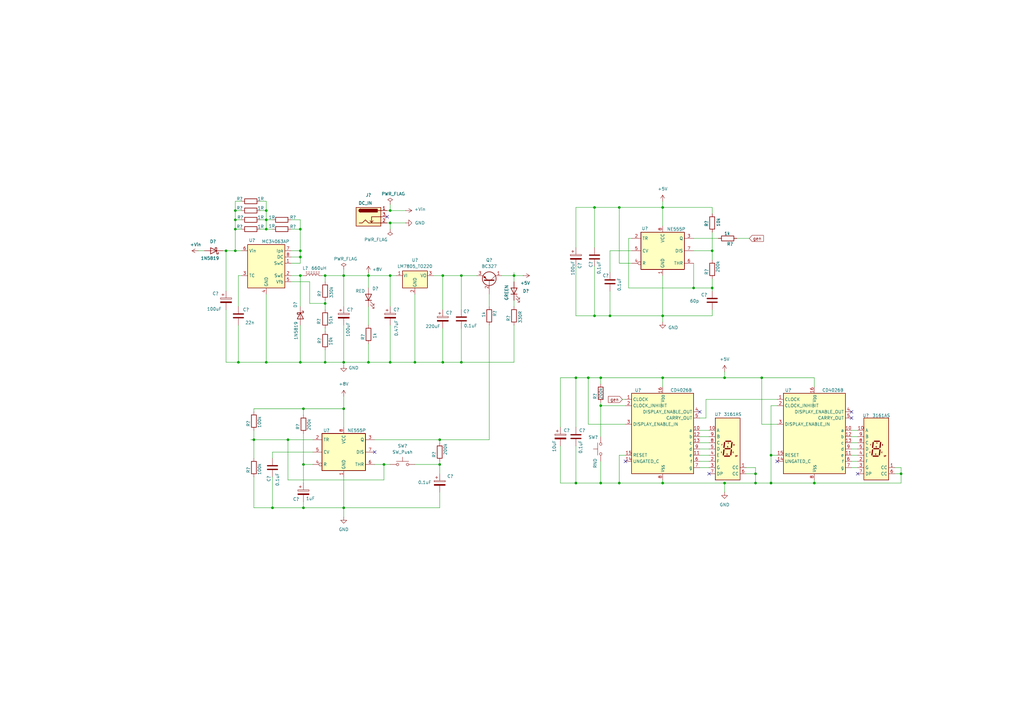
<source format=kicad_sch>
(kicad_sch (version 20231120) (generator "eeschema") (generator_version "8.0")
  (paper "A3")
  (lib_symbols
    (symbol "3161AS:3161AS"
      (property "Reference" "U" (at -3.81 13.97 0))
      (property "Value" "3161AS" (at 6.35 13.97 0))
      (symbol "3161AS_1_0"
        (text "A" (at 0.254 2.413 0) (effects (font (size 0.508 0.508))))
        (text "B" (at 2.54 1.651 0) (effects (font (size 0.508 0.508))))
        (text "C" (at 2.286 -1.397 0) (effects (font (size 0.508 0.508))))
        (text "D" (at -0.254 -2.159 0) (effects (font (size 0.508 0.508))))
        (text "DP" (at 3.556 -2.921 0) (effects (font (size 0.508 0.508))))
        (text "E" (at -2.54 -1.397 0) (effects (font (size 0.508 0.508))))
        (text "F" (at -2.286 1.651 0) (effects (font (size 0.508 0.508))))
        (text "G" (at 0 0.889 0) (effects (font (size 0.508 0.508))))
      )
      (symbol "3161AS_1_1"
        (rectangle (start -5.08 12.7) (end 5.08 -12.7) (stroke (width 0.254)) (fill (type background)))
        (polyline (pts (xy -1.524 -0.381) (xy -1.778 -2.413)) (stroke (width 0.508)))
        (polyline (pts (xy -1.27 -2.921) (xy 0.762 -2.921)) (stroke (width 0.508)))
        (polyline (pts (xy -1.27 2.667) (xy -1.524 0.635)) (stroke (width 0.508)))
        (polyline (pts (xy -1.016 0.127) (xy 1.016 0.127)) (stroke (width 0.508)))
        (polyline (pts (xy -0.762 3.175) (xy 1.27 3.175)) (stroke (width 0.508)))
        (polyline (pts (xy 1.524 -0.381) (xy 1.27 -2.413)) (stroke (width 0.508)))
        (polyline (pts (xy 1.778 2.667) (xy 1.524 0.635)) (stroke (width 0.508)))
        (polyline (pts (xy 2.54 -2.921) (xy 2.54 -2.921)) (stroke (width 0.508)))
        (pin input line (at 7.62 -7.62 180) (length 2.54) (name "CC") (number "1"))
        (pin input line (at -7.62 7.62 0) (length 2.54) (name "A") (number "10"))
        (pin input line (at -7.62 -5.08 0) (length 2.54) (name "F") (number "2"))
        (pin input line (at -7.62 -7.62 0) (length 2.54) (name "G") (number "3"))
        (pin input line (at -7.62 -2.54 0) (length 2.54) (name "E") (number "4"))
        (pin input line (at -7.62 0 0) (length 2.54) (name "D") (number "5"))
        (pin input line (at 7.62 -10.16 180) (length 2.54) (name "CC") (number "6"))
        (pin input line (at -7.62 -10.16 0) (length 2.54) (name "DP") (number "7"))
        (pin input line (at -7.62 2.54 0) (length 2.54) (name "C") (number "8"))
        (pin input line (at -7.62 5.08 0) (length 2.54) (name "B") (number "9"))
      )
    )
    (symbol "CD4026B:CD4026B"
      (property "Reference" "U" (at -12.7 17.78 0))
      (property "Value" "CD4026B" (at 7.62 17.78 0))
      (symbol "CD4026B_1_1"
        (rectangle (start -12.7 15.24) (end 12.7 -17.78) (stroke (width 0.254)) (fill (type background)))
        (pin input line (at -15.24 12.7 0) (length 2.54) (name "CLOCK") (number "1"))
        (pin output line (at 15.24 0 180) (length 2.54) (name "a") (number "10"))
        (pin output line (at 15.24 -10.16 180) (length 2.54) (name "e") (number "11"))
        (pin output line (at 15.24 -2.54 180) (length 2.54) (name "b") (number "12"))
        (pin output line (at 15.24 -5.08 180) (length 2.54) (name "c") (number "13"))
        (pin input line (at -15.24 -12.7 0) (length 2.54) (name "UNGATED_C") (number "14"))
        (pin input line (at -15.24 -10.16 0) (length 2.54) (name "RESET") (number "15"))
        (pin power_in line (at 0 17.78 270) (length 2.54) (name "V_{DD}") (number "16"))
        (pin input line (at -15.24 10.16 0) (length 2.54) (name "CLOCK_INHIBIT") (number "2"))
        (pin input line (at -15.24 2.54 0) (length 2.54) (name "DISPLAY_ENABLE_IN") (number "3"))
        (pin output line (at 15.24 7.62 180) (length 2.54) (name "DISPLAY_ENABLE_OUT") (number "4"))
        (pin output line (at 15.24 5.08 180) (length 2.54) (name "CARRY_OUT") (number "5"))
        (pin output line (at 15.24 -12.7 180) (length 2.54) (name "f") (number "6"))
        (pin output line (at 15.24 -15.24 180) (length 2.54) (name "g") (number "7"))
        (pin power_in line (at 0 -20.32 90) (length 2.54) (name "V_{SS}") (number "8"))
        (pin output line (at 15.24 -7.62 180) (length 2.54) (name "d") (number "9"))
      )
    )
    (symbol "Connector:Barrel_Jack_Switch" (pin_names hide)
      (property "Reference" "J" (at 0 5.334 0))
      (property "Value" "Barrel_Jack_Switch" (at 0 -5.08 0))
      (symbol "Barrel_Jack_Switch_0_1"
        (rectangle (start -5.08 3.81) (end 5.08 -3.81) (stroke (width 0.254)) (fill (type background)))
        (arc (start -3.302 3.175) (mid -3.9343 2.54) (end -3.302 1.905) (stroke (width 0.254)))
        (arc (start -3.302 3.175) (mid -3.9343 2.54) (end -3.302 1.905) (stroke (width 0.254)) (fill (type outline)))
        (polyline (pts (xy 1.27 -2.286) (xy 1.905 -1.651)) (stroke (width 0.254)))
        (polyline (pts (xy 5.08 2.54) (xy 3.81 2.54)) (stroke (width 0.254)))
        (polyline (pts (xy 5.08 0) (xy 1.27 0) (xy 1.27 -2.286) (xy 0.635 -1.651)) (stroke (width 0.254)))
        (polyline (pts (xy -3.81 -2.54) (xy -2.54 -2.54) (xy -1.27 -1.27) (xy 0 -2.54) (xy 2.54 -2.54) (xy 5.08 -2.54)) (stroke (width 0.254)))
        (rectangle (start 3.683 3.175) (end -3.302 1.905) (stroke (width 0.254)) (fill (type outline)))
      )
      (symbol "Barrel_Jack_Switch_1_1"
        (pin passive line (at 7.62 2.54 180) (length 2.54) (name "~") (number "1"))
        (pin passive line (at 7.62 -2.54 180) (length 2.54) (name "~") (number "2"))
        (pin passive line (at 7.62 0 180) (length 2.54) (name "~") (number "3"))
      )
    )
    (symbol "Device:C" (pin_numbers hide) (pin_names (offset 0.254))
      (property "Reference" "C" (at 0.635 2.54 0))
      (property "Value" "C" (at 0.635 -2.54 0))
      (symbol "C_0_1"
        (polyline (pts (xy -2.032 -0.762) (xy 2.032 -0.762)) (stroke (width 0.508)))
        (polyline (pts (xy -2.032 0.762) (xy 2.032 0.762)) (stroke (width 0.508)))
      )
      (symbol "C_1_1"
        (pin passive line (at 0 3.81 270) (length 2.794) (name "~") (number "1"))
        (pin passive line (at 0 -3.81 90) (length 2.794) (name "~") (number "2"))
      )
    )
    (symbol "Device:C_Polarized" (pin_numbers hide) (pin_names (offset 0.254))
      (property "Reference" "C" (at 0.635 2.54 0))
      (property "Value" "C_Polarized" (at 0.635 -2.54 0))
      (symbol "C_Polarized_0_1"
        (rectangle (start -2.286 0.508) (end 2.286 1.016))
        (polyline (pts (xy -1.778 2.286) (xy -0.762 2.286)))
        (polyline (pts (xy -1.27 2.794) (xy -1.27 1.778)))
        (rectangle (start 2.286 -0.508) (end -2.286 -1.016) (fill (type outline)))
      )
      (symbol "C_Polarized_1_1"
        (pin passive line (at 0 3.81 270) (length 2.794) (name "~") (number "1"))
        (pin passive line (at 0 -3.81 90) (length 2.794) (name "~") (number "2"))
      )
    )
    (symbol "Device:LED" (pin_numbers hide) (pin_names (offset 1.016) hide)
      (property "Reference" "D" (at 0 2.54 0))
      (property "Value" "LED" (at 0 -2.54 0))
      (symbol "LED_0_1"
        (polyline (pts (xy -1.27 -1.27) (xy -1.27 1.27)) (stroke (width 0.254)))
        (polyline (pts (xy -1.27 0) (xy 1.27 0)))
        (polyline (pts (xy 1.27 -1.27) (xy 1.27 1.27) (xy -1.27 0) (xy 1.27 -1.27)) (stroke (width 0.254)))
        (polyline (pts (xy -3.048 -0.762) (xy -4.572 -2.286) (xy -3.81 -2.286) (xy -4.572 -2.286) (xy -4.572 -1.524)))
        (polyline (pts (xy -1.778 -0.762) (xy -3.302 -2.286) (xy -2.54 -2.286) (xy -3.302 -2.286) (xy -3.302 -1.524)))
      )
      (symbol "LED_1_1"
        (pin passive line (at -3.81 0 0) (length 2.54) (name "K") (number "1"))
        (pin passive line (at 3.81 0 180) (length 2.54) (name "A") (number "2"))
      )
    )
    (symbol "Device:L_Ferrite" (pin_numbers hide) (pin_names (offset 1.016) hide)
      (property "Reference" "L" (at -1.27 0 90))
      (property "Value" "L_Ferrite" (at 2.794 0 90))
      (symbol "L_Ferrite_0_1"
        (arc (start 0 -2.54) (mid 0.6323 -1.905) (end 0 -1.27))
        (arc (start 0 -1.27) (mid 0.6323 -0.635) (end 0 0))
        (polyline (pts (xy 1.016 -2.794) (xy 1.016 -2.286)))
        (polyline (pts (xy 1.016 -1.778) (xy 1.016 -1.27)))
        (polyline (pts (xy 1.016 -0.762) (xy 1.016 -0.254)))
        (polyline (pts (xy 1.016 0.254) (xy 1.016 0.762)))
        (polyline (pts (xy 1.016 1.27) (xy 1.016 1.778)))
        (polyline (pts (xy 1.016 2.286) (xy 1.016 2.794)))
        (polyline (pts (xy 1.524 -2.286) (xy 1.524 -2.794)))
        (polyline (pts (xy 1.524 -1.27) (xy 1.524 -1.778)))
        (polyline (pts (xy 1.524 -0.254) (xy 1.524 -0.762)))
        (polyline (pts (xy 1.524 0.762) (xy 1.524 0.254)))
        (polyline (pts (xy 1.524 1.778) (xy 1.524 1.27)))
        (polyline (pts (xy 1.524 2.794) (xy 1.524 2.286)))
        (arc (start 0 0) (mid 0.6323 0.635) (end 0 1.27))
        (arc (start 0 1.27) (mid 0.6323 1.905) (end 0 2.54))
      )
      (symbol "L_Ferrite_1_1"
        (pin passive line (at 0 3.81 270) (length 1.27) (name "1") (number "1"))
        (pin passive line (at 0 -3.81 90) (length 1.27) (name "2") (number "2"))
      )
    )
    (symbol "Device:R" (pin_numbers hide) (pin_names (offset 0))
      (property "Reference" "R" (at 2.032 0 90))
      (property "Value" "R" (at 0 0 90))
      (symbol "R_0_1"
        (rectangle (start -1.016 -2.54) (end 1.016 2.54) (stroke (width 0.254)))
      )
      (symbol "R_1_1"
        (pin passive line (at 0 3.81 270) (length 1.27) (name "~") (number "1"))
        (pin passive line (at 0 -3.81 90) (length 1.27) (name "~") (number "2"))
      )
    )
    (symbol "Diode:1N5819" (pin_numbers hide) (pin_names (offset 1.016) hide)
      (property "Reference" "D" (at 0 2.54 0))
      (property "Value" "1N5819" (at 0 -2.54 0))
      (symbol "1N5819_0_1"
        (polyline (pts (xy 1.27 0) (xy -1.27 0)))
        (polyline (pts (xy 1.27 1.27) (xy 1.27 -1.27) (xy -1.27 0) (xy 1.27 1.27)) (stroke (width 0.254)))
        (polyline (pts (xy -1.905 0.635) (xy -1.905 1.27) (xy -1.27 1.27) (xy -1.27 -1.27) (xy -0.635 -1.27) (xy -0.635 -0.635)) (stroke (width 0.254)))
      )
      (symbol "1N5819_1_1"
        (pin passive line (at -3.81 0 0) (length 2.54) (name "K") (number "1"))
        (pin passive line (at 3.81 0 180) (length 2.54) (name "A") (number "2"))
      )
    )
    (symbol "Regulator_Linear:LM7805_TO220" (pin_names (offset 0.254))
      (property "Reference" "U" (at -3.81 3.175 0))
      (property "Value" "LM7805_TO220" (at 0 3.175 0))
      (symbol "LM7805_TO220_0_1"
        (rectangle (start -5.08 1.905) (end 5.08 -5.08) (stroke (width 0.254)) (fill (type background)))
      )
      (symbol "LM7805_TO220_1_1"
        (pin power_in line (at -7.62 0 0) (length 2.54) (name "VI") (number "1"))
        (pin power_in line (at 0 -7.62 90) (length 2.54) (name "GND") (number "2"))
        (pin power_out line (at 7.62 0 180) (length 2.54) (name "VO") (number "3"))
      )
    )
    (symbol "Regulator_Switching:MC34063AP"
      (property "Reference" "U" (at -7.62 8.89 0))
      (property "Value" "MC34063AP" (at 0 8.89 0))
      (symbol "MC34063AP_0_1"
        (rectangle (start -7.62 7.62) (end 7.62 -10.16) (stroke (width 0.254)) (fill (type background)))
      )
      (symbol "MC34063AP_1_1"
        (pin open_collector line (at 10.16 0 180) (length 2.54) (name "SwC") (number "1"))
        (pin open_emitter line (at 10.16 -5.08 180) (length 2.54) (name "SwE") (number "2"))
        (pin passive line (at -10.16 -5.08 0) (length 2.54) (name "TC") (number "3"))
        (pin power_in line (at 0 -12.7 90) (length 2.54) (name "GND") (number "4"))
        (pin input line (at 10.16 -7.62 180) (length 2.54) (name "Vfb") (number "5"))
        (pin power_in line (at -10.16 5.08 0) (length 2.54) (name "Vin") (number "6"))
        (pin input line (at 10.16 5.08 180) (length 2.54) (name "Ipk") (number "7"))
        (pin open_collector line (at 10.16 2.54 180) (length 2.54) (name "DC") (number "8"))
      )
    )
    (symbol "Switch:SW_Push" (pin_numbers hide) (pin_names (offset 1.016) hide)
      (property "Reference" "SW" (at 1.27 2.54 0))
      (property "Value" "SW_Push" (at 0 -1.524 0))
      (symbol "SW_Push_0_1"
        (circle (center -2.032 0) (radius 0.508))
        (polyline (pts (xy 0 1.27) (xy 0 3.048)))
        (polyline (pts (xy 2.54 1.27) (xy -2.54 1.27)))
        (circle (center 2.032 0) (radius 0.508))
        (pin passive line (at -5.08 0 0) (length 2.54) (name "1") (number "1"))
        (pin passive line (at 5.08 0 180) (length 2.54) (name "2") (number "2"))
      )
    )
    (symbol "Timer:NE555P"
      (property "Reference" "U" (at -10.16 8.89 0))
      (property "Value" "NE555P" (at 2.54 8.89 0))
      (symbol "NE555P_0_0"
        (pin power_in line (at 0 -10.16 90) (length 2.54) (name "GND") (number "1"))
        (pin power_in line (at 0 10.16 270) (length 2.54) (name "VCC") (number "8"))
      )
      (symbol "NE555P_0_1"
        (rectangle (start -8.89 -7.62) (end 8.89 7.62) (stroke (width 0.254)) (fill (type background)))
        (rectangle (start -8.89 -7.62) (end 8.89 7.62) (stroke (width 0.254)) (fill (type background)))
      )
      (symbol "NE555P_1_1"
        (pin input line (at -12.7 5.08 0) (length 3.81) (name "TR") (number "2"))
        (pin output line (at 12.7 5.08 180) (length 3.81) (name "Q") (number "3"))
        (pin input inverted (at -12.7 -5.08 0) (length 3.81) (name "R") (number "4"))
        (pin input line (at -12.7 0 0) (length 3.81) (name "CV") (number "5"))
        (pin input line (at 12.7 -5.08 180) (length 3.81) (name "THR") (number "6"))
        (pin input line (at 12.7 0 180) (length 3.81) (name "DIS") (number "7"))
      )
    )
    (symbol "Transistor_BJT:BC327" (pin_names (offset 0) hide)
      (property "Reference" "Q" (at 5.08 1.905 0))
      (property "Value" "BC327" (at 5.08 0 0))
      (symbol "BC327_0_1"
        (polyline (pts (xy 0.635 0.635) (xy 2.54 2.54)))
        (polyline (pts (xy 0.635 -0.635) (xy 2.54 -2.54) (xy 2.54 -2.54)))
        (polyline (pts (xy 0.635 1.905) (xy 0.635 -1.905) (xy 0.635 -1.905)) (stroke (width 0.508)))
        (polyline (pts (xy 2.286 -1.778) (xy 1.778 -2.286) (xy 1.27 -1.27) (xy 2.286 -1.778) (xy 2.286 -1.778)) (fill (type outline)))
        (circle (center 1.27 0) (radius 2.8194) (stroke (width 0.254)))
      )
      (symbol "BC327_1_1"
        (pin passive line (at 2.54 5.08 270) (length 2.54) (name "C") (number "1"))
        (pin input line (at -5.08 0 0) (length 5.715) (name "B") (number "2"))
        (pin passive line (at 2.54 -5.08 90) (length 2.54) (name "E") (number "3"))
      )
    )
    (symbol "power:+12V" (power) (pin_numbers hide) (pin_names (offset 0) hide)
      (property "Value" "+12V" (at 0 3.556 0))
      (symbol "+12V_0_1"
        (polyline (pts (xy -0.762 1.27) (xy 0 2.54)))
        (polyline (pts (xy 0 0) (xy 0 2.54)))
        (polyline (pts (xy 0 2.54) (xy 0.762 1.27)))
      )
      (symbol "+12V_1_1"
        (pin power_in line (at 0 0 90) (length 0) (name "~") (number "1"))
      )
    )
    (symbol "power:+5V" (power) (pin_numbers hide) (pin_names (offset 0) hide)
      (property "Value" "+5V" (at 0 3.556 0))
      (symbol "+5V_0_1"
        (polyline (pts (xy -0.762 1.27) (xy 0 2.54)))
        (polyline (pts (xy 0 0) (xy 0 2.54)))
        (polyline (pts (xy 0 2.54) (xy 0.762 1.27)))
      )
      (symbol "+5V_1_1"
        (pin power_in line (at 0 0 90) (length 0) (name "~") (number "1"))
      )
    )
    (symbol "power:+9V" (power) (pin_numbers hide) (pin_names (offset 0) hide)
      (property "Value" "+9V" (at 0 3.556 0))
      (symbol "+9V_0_1"
        (polyline (pts (xy -0.762 1.27) (xy 0 2.54)))
        (polyline (pts (xy 0 0) (xy 0 2.54)))
        (polyline (pts (xy 0 2.54) (xy 0.762 1.27)))
      )
      (symbol "+9V_1_1"
        (pin power_in line (at 0 0 90) (length 0) (name "~") (number "1"))
      )
    )
    (symbol "power:GND" (power) (pin_numbers hide) (pin_names (offset 0) hide)
      (property "Value" "GND" (at 0 -3.81 0))
      (symbol "GND_0_1"
        (polyline (pts (xy 0 0) (xy 0 -1.27) (xy 1.27 -1.27) (xy 0 -2.54) (xy -1.27 -1.27) (xy 0 -1.27)))
      )
      (symbol "GND_1_1"
        (pin power_in line (at 0 0 270) (length 0) (name "~") (number "1"))
      )
    )
    (symbol "power:PWR_FLAG" (power) (pin_numbers hide) (pin_names (offset 0) hide)
      (property "Value" "PWR_FLAG" (at 0 3.81 0))
      (symbol "PWR_FLAG_0_0"
        (pin power_out line (at 0 0 90) (length 0) (name "~") (number "1"))
      )
      (symbol "PWR_FLAG_0_1"
        (polyline (pts (xy 0 0) (xy 0 1.27) (xy -1.016 1.905) (xy 0 2.54) (xy 1.016 1.905) (xy 0 1.27)))
      )
    )
  )
  (junction (at 243.84 85.09))
  (junction (at 210.82 113.03))
  (junction (at 124.46 190.5))
  (junction (at 109.22 93.98))
  (junction (at 180.34 190.5))
  (junction (at 271.78 129.54))
  (junction (at 133.35 148.59))
  (junction (at 241.3 154.94))
  (junction (at 160.02 91.44))
  (junction (at 181.61 148.59))
  (junction (at 96.52 102.87))
  (junction (at 254 85.09))
  (junction (at 123.19 93.98))
  (junction (at 271.78 154.94))
  (junction (at 316.23 198.12))
  (junction (at 309.88 194.31))
  (junction (at 312.42 154.94))
  (junction (at 292.1 118.11))
  (junction (at 97.79 148.59))
  (junction (at 133.35 124.46))
  (junction (at 246.38 166.37))
  (junction (at 92.71 102.87))
  (junction (at 334.01 198.12))
  (junction (at 189.23 148.59))
  (junction (at 96.52 86.36))
  (junction (at 309.88 198.12))
  (junction (at 297.18 198.12))
  (junction (at 246.38 198.12))
  (junction (at 160.02 148.59))
  (junction (at 236.22 198.12))
  (junction (at 140.97 113.03))
  (junction (at 140.97 208.28))
  (junction (at 111.76 208.28))
  (junction (at 124.46 167.64))
  (junction (at 180.34 180.34))
  (junction (at 123.19 148.59))
  (junction (at 316.23 186.69))
  (junction (at 243.84 129.54))
  (junction (at 157.48 190.5))
  (junction (at 160.02 113.03))
  (junction (at 124.46 208.28))
  (junction (at 123.19 105.41))
  (junction (at 181.61 113.03))
  (junction (at 369.57 194.31))
  (junction (at 118.11 180.34))
  (junction (at 96.52 93.98))
  (junction (at 123.19 102.87))
  (junction (at 250.19 129.54))
  (junction (at 236.22 154.94))
  (junction (at 271.78 85.09))
  (junction (at 254 198.12))
  (junction (at 109.22 86.36))
  (junction (at 133.35 113.03))
  (junction (at 96.52 90.17))
  (junction (at 140.97 148.59))
  (junction (at 284.48 118.11))
  (junction (at 109.22 90.17))
  (junction (at 160.02 86.36))
  (junction (at 246.38 154.94))
  (junction (at 123.19 113.03))
  (junction (at 151.13 148.59))
  (junction (at 140.97 167.64))
  (junction (at 151.13 113.03))
  (junction (at 292.1 102.87))
  (junction (at 189.23 113.03))
  (junction (at 109.22 148.59))
  (junction (at 271.78 198.12))
  (junction (at 104.14 180.34))
  (junction (at 297.18 154.94))
  (junction (at 170.18 148.59))
  (no_connect (at 287.02 168.91))
  (no_connect (at 349.25 171.45))
  (no_connect (at 290.83 194.31))
  (no_connect (at 158.75 88.9))
  (no_connect (at 351.79 194.31))
  (no_connect (at 349.25 168.91))
  (no_connect (at 318.77 189.23))
  (no_connect (at 153.67 185.42))
  (no_connect (at 256.54 189.23))
  (wire (pts (xy 271.78 154.94) (xy 271.78 158.75)))
  (wire (pts (xy 157.48 190.5) (xy 160.02 190.5)))
  (wire (pts (xy 140.97 167.64) (xy 140.97 175.26)))
  (wire (pts (xy 124.46 190.5) (xy 124.46 198.12)))
  (wire (pts (xy 170.18 120.65) (xy 170.18 148.59)))
  (wire (pts (xy 160.02 148.59) (xy 160.02 133.35)))
  (wire (pts (xy 243.84 101.6) (xy 243.84 85.09)))
  (wire (pts (xy 236.22 154.94) (xy 241.3 154.94)))
  (wire (pts (xy 236.22 101.6) (xy 236.22 85.09)))
  (wire (pts (xy 181.61 113.03) (xy 189.23 113.03)))
  (wire (pts (xy 118.11 196.85) (xy 157.48 196.85)))
  (wire (pts (xy 312.42 154.94) (xy 334.01 154.94)))
  (wire (pts (xy 229.87 154.94) (xy 236.22 154.94)))
  (wire (pts (xy 124.46 190.5) (xy 128.27 190.5)))
  (wire (pts (xy 236.22 129.54) (xy 236.22 109.22)))
  (wire (pts (xy 334.01 154.94) (xy 334.01 158.75)))
  (wire (pts (xy 189.23 127) (xy 189.23 113.03)))
  (wire (pts (xy 210.82 133.35) (xy 210.82 148.59)))
  (wire (pts (xy 123.19 133.35) (xy 123.19 148.59)))
  (wire (pts (xy 119.38 107.95) (xy 123.19 107.95)))
  (wire (pts (xy 127 124.46) (xy 133.35 124.46)))
  (wire (pts (xy 132.08 113.03) (xy 133.35 113.03)))
  (wire (pts (xy 181.61 148.59) (xy 189.23 148.59)))
  (wire (pts (xy 151.13 111.76) (xy 151.13 113.03)))
  (wire (pts (xy 160.02 91.44) (xy 166.37 91.44)))
  (wire (pts (xy 287.02 176.53) (xy 290.83 176.53)))
  (wire (pts (xy 118.11 180.34) (xy 118.11 196.85)))
  (wire (pts (xy 111.76 208.28) (xy 124.46 208.28)))
  (wire (pts (xy 111.76 185.42) (xy 111.76 187.96)))
  (wire (pts (xy 189.23 148.59) (xy 189.23 134.62)))
  (wire (pts (xy 123.19 102.87) (xy 123.19 105.41)))
  (wire (pts (xy 256.54 173.99) (xy 241.3 173.99)))
  (wire (pts (xy 306.07 194.31) (xy 309.88 194.31)))
  (wire (pts (xy 104.14 208.28) (xy 104.14 195.58)))
  (wire (pts (xy 96.52 86.36) (xy 96.52 90.17)))
  (wire (pts (xy 140.97 208.28) (xy 180.34 208.28)))
  (wire (pts (xy 119.38 90.17) (xy 123.19 90.17)))
  (wire (pts (xy 181.61 134.62) (xy 181.61 148.59)))
  (wire (pts (xy 246.38 189.23) (xy 246.38 198.12)))
  (wire (pts (xy 180.34 208.28) (xy 180.34 201.93)))
  (wire (pts (xy 160.02 91.44) (xy 160.02 93.98)))
  (wire (pts (xy 180.34 180.34) (xy 180.34 181.61)))
  (wire (pts (xy 302.26 97.79) (xy 307.34 97.79)))
  (wire (pts (xy 229.87 182.88) (xy 229.87 198.12)))
  (wire (pts (xy 96.52 82.55) (xy 96.52 86.36)))
  (wire (pts (xy 309.88 191.77) (xy 309.88 194.31)))
  (wire (pts (xy 96.52 82.55) (xy 99.06 82.55)))
  (wire (pts (xy 140.97 113.03) (xy 140.97 125.73)))
  (wire (pts (xy 292.1 127) (xy 292.1 129.54)))
  (wire (pts (xy 109.22 93.98) (xy 109.22 90.17)))
  (wire (pts (xy 246.38 154.94) (xy 271.78 154.94)))
  (wire (pts (xy 243.84 129.54) (xy 250.19 129.54)))
  (wire (pts (xy 287.02 179.07) (xy 290.83 179.07)))
  (wire (pts (xy 349.25 186.69) (xy 351.79 186.69)))
  (wire (pts (xy 170.18 190.5) (xy 180.34 190.5)))
  (wire (pts (xy 123.19 93.98) (xy 123.19 90.17)))
  (wire (pts (xy 250.19 129.54) (xy 271.78 129.54)))
  (wire (pts (xy 181.61 113.03) (xy 181.61 127)))
  (wire (pts (xy 318.77 166.37) (xy 316.23 166.37)))
  (wire (pts (xy 236.22 154.94) (xy 236.22 175.26)))
  (wire (pts (xy 119.38 93.98) (xy 123.19 93.98)))
  (wire (pts (xy 309.88 198.12) (xy 316.23 198.12)))
  (wire (pts (xy 205.74 113.03) (xy 210.82 113.03)))
  (wire (pts (xy 246.38 198.12) (xy 254 198.12)))
  (wire (pts (xy 151.13 113.03) (xy 151.13 118.11)))
  (wire (pts (xy 236.22 198.12) (xy 246.38 198.12)))
  (wire (pts (xy 91.44 102.87) (xy 92.71 102.87)))
  (wire (pts (xy 151.13 113.03) (xy 160.02 113.03)))
  (wire (pts (xy 254 186.69) (xy 256.54 186.69)))
  (wire (pts (xy 241.3 154.94) (xy 241.3 173.99)))
  (wire (pts (xy 316.23 166.37) (xy 316.23 186.69)))
  (wire (pts (xy 271.78 113.03) (xy 271.78 129.54)))
  (wire (pts (xy 153.67 180.34) (xy 180.34 180.34)))
  (wire (pts (xy 292.1 85.09) (xy 292.1 87.63)))
  (wire (pts (xy 111.76 195.58) (xy 111.76 208.28)))
  (wire (pts (xy 271.78 196.85) (xy 271.78 198.12)))
  (wire (pts (xy 92.71 102.87) (xy 92.71 119.38)))
  (wire (pts (xy 254 85.09) (xy 271.78 85.09)))
  (wire (pts (xy 257.81 118.11) (xy 257.81 97.79)))
  (wire (pts (xy 349.25 179.07) (xy 351.79 179.07)))
  (wire (pts (xy 109.22 90.17) (xy 109.22 86.36)))
  (wire (pts (xy 140.97 113.03) (xy 151.13 113.03)))
  (wire (pts (xy 246.38 166.37) (xy 256.54 166.37)))
  (wire (pts (xy 292.1 102.87) (xy 292.1 106.68)))
  (wire (pts (xy 306.07 191.77) (xy 309.88 191.77)))
  (wire (pts (xy 158.75 91.44) (xy 160.02 91.44)))
  (wire (pts (xy 104.14 208.28) (xy 111.76 208.28)))
  (wire (pts (xy 255.27 163.83) (xy 256.54 163.83)))
  (wire (pts (xy 119.38 113.03) (xy 123.19 113.03)))
  (wire (pts (xy 254 85.09) (xy 254 107.95)))
  (wire (pts (xy 229.87 175.26) (xy 229.87 154.94)))
  (wire (pts (xy 287.02 189.23) (xy 290.83 189.23)))
  (wire (pts (xy 123.19 113.03) (xy 123.19 125.73)))
  (wire (pts (xy 289.56 171.45) (xy 289.56 163.83)))
  (wire (pts (xy 160.02 113.03) (xy 160.02 125.73)))
  (wire (pts (xy 133.35 124.46) (xy 133.35 127)))
  (wire (pts (xy 151.13 125.73) (xy 151.13 133.35)))
  (wire (pts (xy 367.03 191.77) (xy 369.57 191.77)))
  (wire (pts (xy 140.97 208.28) (xy 140.97 212.09)))
  (wire (pts (xy 289.56 163.83) (xy 318.77 163.83)))
  (wire (pts (xy 349.25 189.23) (xy 351.79 189.23)))
  (wire (pts (xy 254 186.69) (xy 254 198.12)))
  (wire (pts (xy 287.02 171.45) (xy 289.56 171.45)))
  (wire (pts (xy 287.02 191.77) (xy 290.83 191.77)))
  (wire (pts (xy 271.78 198.12) (xy 297.18 198.12)))
  (wire (pts (xy 292.1 114.3) (xy 292.1 118.11)))
  (wire (pts (xy 318.77 173.99) (xy 312.42 173.99)))
  (wire (pts (xy 133.35 143.51) (xy 133.35 148.59)))
  (wire (pts (xy 123.19 93.98) (xy 123.19 102.87)))
  (wire (pts (xy 297.18 198.12) (xy 309.88 198.12)))
  (wire (pts (xy 106.68 82.55) (xy 109.22 82.55)))
  (wire (pts (xy 271.78 154.94) (xy 297.18 154.94)))
  (wire (pts (xy 133.35 134.62) (xy 133.35 135.89)))
  (wire (pts (xy 287.02 181.61) (xy 290.83 181.61)))
  (wire (pts (xy 316.23 186.69) (xy 316.23 198.12)))
  (wire (pts (xy 133.35 123.19) (xy 133.35 124.46)))
  (wire (pts (xy 140.97 162.56) (xy 140.97 167.64)))
  (wire (pts (xy 97.79 125.73) (xy 97.79 113.03)))
  (wire (pts (xy 180.34 190.5) (xy 180.34 194.31)))
  (wire (pts (xy 140.97 195.58) (xy 140.97 208.28)))
  (wire (pts (xy 369.57 194.31) (xy 369.57 198.12)))
  (wire (pts (xy 96.52 102.87) (xy 99.06 102.87)))
  (wire (pts (xy 106.68 90.17) (xy 109.22 90.17)))
  (wire (pts (xy 243.84 129.54) (xy 243.84 109.22)))
  (wire (pts (xy 109.22 86.36) (xy 109.22 82.55)))
  (wire (pts (xy 151.13 148.59) (xy 160.02 148.59)))
  (wire (pts (xy 349.25 181.61) (xy 351.79 181.61)))
  (wire (pts (xy 334.01 196.85) (xy 334.01 198.12)))
  (wire (pts (xy 254 107.95) (xy 259.08 107.95)))
  (wire (pts (xy 160.02 83.82) (xy 160.02 86.36)))
  (wire (pts (xy 297.18 198.12) (xy 297.18 201.93)))
  (wire (pts (xy 133.35 113.03) (xy 140.97 113.03)))
  (wire (pts (xy 297.18 152.4) (xy 297.18 154.94)))
  (wire (pts (xy 140.97 110.49) (xy 140.97 113.03)))
  (wire (pts (xy 236.22 182.88) (xy 236.22 198.12)))
  (wire (pts (xy 123.19 113.03) (xy 124.46 113.03)))
  (wire (pts (xy 210.82 148.59) (xy 189.23 148.59)))
  (wire (pts (xy 97.79 133.35) (xy 97.79 148.59)))
  (wire (pts (xy 124.46 177.8) (xy 124.46 190.5)))
  (wire (pts (xy 189.23 113.03) (xy 195.58 113.03)))
  (wire (pts (xy 123.19 105.41) (xy 123.19 107.95)))
  (wire (pts (xy 140.97 148.59) (xy 140.97 149.86)))
  (wire (pts (xy 124.46 208.28) (xy 140.97 208.28)))
  (wire (pts (xy 104.14 180.34) (xy 104.14 187.96)))
  (wire (pts (xy 123.19 148.59) (xy 133.35 148.59)))
  (wire (pts (xy 200.66 120.65) (xy 200.66 125.73)))
  (wire (pts (xy 271.78 82.55) (xy 271.78 85.09)))
  (wire (pts (xy 312.42 154.94) (xy 312.42 173.99)))
  (wire (pts (xy 119.38 105.41) (xy 123.19 105.41)))
  (wire (pts (xy 349.25 184.15) (xy 351.79 184.15)))
  (wire (pts (xy 133.35 113.03) (xy 133.35 115.57)))
  (wire (pts (xy 271.78 85.09) (xy 292.1 85.09)))
  (wire (pts (xy 243.84 85.09) (xy 254 85.09)))
  (wire (pts (xy 292.1 95.25) (xy 292.1 102.87)))
  (wire (pts (xy 229.87 198.12) (xy 236.22 198.12)))
  (wire (pts (xy 297.18 154.94) (xy 312.42 154.94)))
  (wire (pts (xy 316.23 198.12) (xy 334.01 198.12)))
  (wire (pts (xy 271.78 129.54) (xy 292.1 129.54)))
  (wire (pts (xy 369.57 191.77) (xy 369.57 194.31)))
  (wire (pts (xy 104.14 167.64) (xy 124.46 167.64)))
  (wire (pts (xy 271.78 129.54) (xy 271.78 132.08)))
  (wire (pts (xy 181.61 148.59) (xy 170.18 148.59)))
  (wire (pts (xy 127 115.57) (xy 127 124.46)))
  (wire (pts (xy 92.71 127) (xy 92.71 148.59)))
  (wire (pts (xy 97.79 148.59) (xy 109.22 148.59)))
  (wire (pts (xy 109.22 90.17) (xy 111.76 90.17)))
  (wire (pts (xy 97.79 113.03) (xy 99.06 113.03)))
  (wire (pts (xy 119.38 102.87) (xy 123.19 102.87)))
  (wire (pts (xy 109.22 93.98) (xy 111.76 93.98)))
  (wire (pts (xy 151.13 140.97) (xy 151.13 148.59)))
  (wire (pts (xy 367.03 194.31) (xy 369.57 194.31)))
  (wire (pts (xy 104.14 180.34) (xy 102.87 180.34)))
  (wire (pts (xy 180.34 189.23) (xy 180.34 190.5)))
  (wire (pts (xy 284.48 97.79) (xy 294.64 97.79)))
  (wire (pts (xy 170.18 148.59) (xy 160.02 148.59)))
  (wire (pts (xy 287.02 186.69) (xy 290.83 186.69)))
  (wire (pts (xy 349.25 191.77) (xy 351.79 191.77)))
  (wire (pts (xy 309.88 194.31) (xy 309.88 198.12)))
  (wire (pts (xy 140.97 148.59) (xy 151.13 148.59)))
  (wire (pts (xy 236.22 129.54) (xy 243.84 129.54)))
  (wire (pts (xy 254 198.12) (xy 271.78 198.12)))
  (wire (pts (xy 157.48 196.85) (xy 157.48 190.5)))
  (wire (pts (xy 250.19 119.38) (xy 250.19 129.54)))
  (wire (pts (xy 316.23 186.69) (xy 318.77 186.69)))
  (wire (pts (xy 210.82 113.03) (xy 214.63 113.03)))
  (wire (pts (xy 124.46 167.64) (xy 140.97 167.64)))
  (wire (pts (xy 118.11 180.34) (xy 128.27 180.34)))
  (wire (pts (xy 210.82 111.76) (xy 210.82 113.03)))
  (wire (pts (xy 92.71 102.87) (xy 96.52 102.87)))
  (wire (pts (xy 140.97 133.35) (xy 140.97 148.59)))
  (wire (pts (xy 236.22 85.09) (xy 243.84 85.09)))
  (wire (pts (xy 106.68 86.36) (xy 109.22 86.36)))
  (wire (pts (xy 119.38 115.57) (xy 127 115.57)))
  (wire (pts (xy 292.1 118.11) (xy 292.1 119.38)))
  (wire (pts (xy 128.27 185.42) (xy 111.76 185.42)))
  (wire (pts (xy 104.14 180.34) (xy 118.11 180.34)))
  (wire (pts (xy 96.52 93.98) (xy 96.52 102.87)))
  (wire (pts (xy 210.82 113.03) (xy 210.82 115.57)))
  (wire (pts (xy 284.48 102.87) (xy 292.1 102.87)))
  (wire (pts (xy 92.71 148.59) (xy 97.79 148.59)))
  (wire (pts (xy 200.66 133.35) (xy 200.66 180.34)))
  (wire (pts (xy 109.22 148.59) (xy 109.22 120.65)))
  (wire (pts (xy 180.34 180.34) (xy 200.66 180.34)))
  (wire (pts (xy 104.14 168.91) (xy 104.14 167.64)))
  (wire (pts (xy 124.46 167.64) (xy 124.46 170.18)))
  (wire (pts (xy 210.82 123.19) (xy 210.82 125.73)))
  (wire (pts (xy 349.25 176.53) (xy 351.79 176.53)))
  (wire (pts (xy 81.28 102.87) (xy 83.82 102.87)))
  (wire (pts (xy 257.81 97.79) (xy 259.08 97.79)))
  (wire (pts (xy 241.3 154.94) (xy 246.38 154.94)))
  (wire (pts (xy 158.75 86.36) (xy 160.02 86.36)))
  (wire (pts (xy 160.02 86.36) (xy 166.37 86.36)))
  (wire (pts (xy 284.48 118.11) (xy 292.1 118.11)))
  (wire (pts (xy 259.08 102.87) (xy 250.19 102.87)))
  (wire (pts (xy 96.52 86.36) (xy 99.06 86.36)))
  (wire (pts (xy 287.02 184.15) (xy 290.83 184.15)))
  (wire (pts (xy 246.38 165.1) (xy 246.38 166.37)))
  (wire (pts (xy 124.46 205.74) (xy 124.46 208.28)))
  (wire (pts (xy 96.52 93.98) (xy 96.52 90.17)))
  (wire (pts (xy 96.52 90.17) (xy 99.06 90.17)))
  (wire (pts (xy 284.48 107.95) (xy 284.48 118.11)))
  (wire (pts (xy 271.78 85.09) (xy 271.78 92.71)))
  (wire (pts (xy 96.52 93.98) (xy 99.06 93.98)))
  (wire (pts (xy 106.68 93.98) (xy 109.22 93.98)))
  (wire (pts (xy 162.56 113.03) (xy 160.02 113.03)))
  (wire (pts (xy 257.81 118.11) (xy 284.48 118.11)))
  (wire (pts (xy 177.8 113.03) (xy 181.61 113.03)))
  (wire (pts (xy 109.22 148.59) (xy 123.19 148.59)))
  (wire (pts (xy 246.38 166.37) (xy 246.38 179.07)))
  (wire (pts (xy 140.97 148.59) (xy 133.35 148.59)))
  (wire (pts (xy 246.38 154.94) (xy 246.38 157.48)))
  (wire (pts (xy 153.67 190.5) (xy 157.48 190.5)))
  (wire (pts (xy 250.19 102.87) (xy 250.19 111.76)))
  (wire (pts (xy 334.01 198.12) (xy 369.57 198.12)))
  (wire (pts (xy 104.14 176.53) (xy 104.14 180.34)))
  (global_label "gen" (shape input) (at 255.27 163.83 180) (property "Intersheetrefs" "${INTERSHEET_REFS}" (effects (hide yes))))
  (global_label "gen" (shape input) (at 307.34 97.79 0) (property "Intersheetrefs" "${INTERSHEET_REFS}" (effects (hide yes))))
  (symbol (lib_id "Device:R") (at 104.14 191.77 180) (unit 1)
    (property "Reference" "R?" (at 101.854 194.056 90) (effects (justify right)))
    (property "Value" "100k" (at 106.426 194.818 90) (effects (justify right)))
    (property "Description" "Resistor" (effects (hide yes)))
  )
  (symbol (lib_id "Device:C_Polarized") (at 92.71 123.19 0) (unit 1)
    (property "Reference" "C?" (at 87.122 120.396 0) (effects (justify left)))
    (property "Value" "100uF" (at 84.836 126.746 0) (effects (justify left)))
    (property "Description" "Polarized capacitor" (effects (hide yes)))
  )
  (symbol (lib_id "Device:R") (at 102.87 90.17 90) (unit 1)
    (property "Reference" "R?" (at 98.552 89.154 90))
    (property "Value" "1R" (at 106.934 89.154 90))
    (property "Description" "Resistor" (effects (hide yes)))
  )
  (symbol (lib_id "power:+9V") (at 151.13 111.76 0) (unit 1)
    (property "Reference" "#PWR?" (effects (hide yes)))
    (property "Value" "+8V" (at 152.654 110.49 0) (effects (justify left)))
    (property "Description" "Power symbol creates a global label with name \"+9V\"" (effects (hide yes)))
  )
  (symbol (lib_id "CD4026B:CD4026B") (at 271.78 176.53 0) (unit 1)
    (property "Reference" "U?" (at 260.35 160.02 0) (effects (justify left)))
    (property "Value" "CD4026B" (at 274.955 160.02 0) (effects (justify left)))
    (property "Datasheet" "https://static.chipdip.ru/lib/070/DOC012070950.pdf" (effects (hide yes)))
    (property "Description" "20V, CMOS Decade Counter/Divider, 7 Segment Decoder, Ripple Blanking, Lamp Test, 100mW/Output, DIP-16" (effects (hide yes)))
  )
  (symbol (lib_id "Device:R") (at 115.57 90.17 90) (unit 1)
    (property "Reference" "R?" (at 120.142 89.154 90))
    (property "Value" "1R" (at 111.506 89.154 90))
    (property "Description" "Resistor" (effects (hide yes)))
  )
  (symbol (lib_id "power:PWR_FLAG") (at 160.02 83.82 0) (unit 1)
    (property "Reference" "#FLG?" (effects (hide yes)))
    (property "Value" "PWR_FLAG" (at 161.29 79.502 0))
    (property "Description" "Special symbol for telling ERC where power comes from" (effects (hide yes)))
  )
  (symbol (lib_id "Device:LED") (at 210.82 119.38 90) (unit 1)
    (property "Reference" "D?" (at 214.376 119.38 90) (effects (justify right)))
    (property "Value" "GREEN" (at 207.772 116.84 0) (effects (justify right)))
    (property "Description" "Light emitting diode" (effects (hide yes)))
  )
  (symbol (lib_id "power:GND") (at 166.37 91.44 90) (unit 1)
    (property "Reference" "#PWR?" (effects (hide yes)))
    (property "Value" "GND" (at 170.18 91.4399 90) (effects (justify right)))
    (property "Description" "Power symbol creates a global label with name \"GND\" , ground" (effects (hide yes)))
  )
  (symbol (lib_id "Device:C_Polarized") (at 124.46 201.93 0) (unit 1)
    (property "Reference" "C?" (at 120.142 204.724 0) (effects (justify left)))
    (property "Value" "1uF" (at 125.476 204.47 0) (effects (justify left)))
    (property "Description" "Polarized capacitor" (effects (hide yes)))
  )
  (symbol (lib_id "Timer:NE555P") (at 140.97 185.42 0) (unit 1)
    (property "Reference" "U?" (at 132.588 176.53 0) (effects (justify left)))
    (property "Value" "NE555P" (at 142.494 176.53 0) (effects (justify left)))
    (property "Datasheet" "http://www.ti.com/lit/ds/symlink/ne555.pdf" (effects (hide yes)))
    (property "Description" "Precision Timers, 555 compatible,  PDIP-8" (effects (hide yes)))
  )
  (symbol (lib_id "Device:R") (at 102.87 93.98 90) (unit 1)
    (property "Reference" "R?" (at 98.298 92.964 90))
    (property "Value" "1R" (at 106.934 92.964 90))
    (property "Description" "Resistor" (effects (hide yes)))
  )
  (symbol (lib_id "Device:C") (at 236.22 179.07 0) (unit 1)
    (property "Reference" "C?" (at 237.49 176.53 0) (effects (justify left)))
    (property "Value" "0.1uF" (at 238.125 186.055 90) (effects (justify left)))
    (property "Description" "Unpolarized capacitor" (effects (hide yes)))
  )
  (symbol (lib_id "Device:C") (at 189.23 130.81 0) (unit 1)
    (property "Reference" "C?" (at 189.992 127.762 0) (effects (justify left)))
    (property "Value" "0.1uF" (at 190.246 133.604 0) (effects (justify left)))
    (property "Description" "Unpolarized capacitor" (effects (hide yes)))
  )
  (symbol (lib_id "Diode:1N5819") (at 87.63 102.87 180) (unit 1)
    (property "Reference" "D?" (at 88.646 99.06 0) (effects (justify left)))
    (property "Value" "1N5819" (at 89.916 105.918 0) (effects (justify left)))
    (property "Datasheet" "http://www.vishay.com/docs/88525/1n5817.pdf" (effects (hide yes)))
    (property "Description" "40V 1A Schottky Barrier Rectifier Diode, DO-41" (effects (hide yes)))
  )
  (symbol (lib_id "Device:R") (at 292.1 91.44 180) (unit 1)
    (property "Reference" "R?" (at 289.814 92.964 90) (effects (justify right)))
    (property "Value" "10k" (at 294.64 92.964 90) (effects (justify right)))
    (property "Description" "Resistor" (effects (hide yes)))
  )
  (symbol (lib_id "Regulator_Linear:LM7805_TO220") (at 170.18 113.03 0) (unit 1)
    (property "Reference" "U?" (at 170.18 106.68 0))
    (property "Value" "LM7805_TO220" (at 170.18 109.22 0))
    (property "Datasheet" "https://www.onsemi.cn/PowerSolutions/document/MC7800-D.PDF" (effects (hide yes)))
    (property "Description" "Positive 1A 35V Linear Regulator, Fixed Output 5V, TO-220" (effects (hide yes)))
  )
  (symbol (lib_id "power:+12V") (at 166.37 86.36 270) (unit 1)
    (property "Reference" "#PWR?" (effects (hide yes)))
    (property "Value" "+Vin" (at 169.926 85.852 90) (effects (justify left)))
    (property "Description" "Power symbol creates a global label with name \"+12V\"" (effects (hide yes)))
  )
  (symbol (lib_id "Device:C") (at 292.1 123.19 0) (unit 1)
    (property "Reference" "C?" (at 287.528 120.904 0) (effects (justify left)))
    (property "Value" "60p" (at 282.956 123.444 0) (effects (justify left)))
    (property "Description" "Unpolarized capacitor" (effects (hide yes)))
  )
  (symbol (lib_id "Device:R") (at 124.46 173.99 180) (unit 1)
    (property "Reference" "R?" (at 122.174 176.276 90) (effects (justify right)))
    (property "Value" "200k" (at 126.746 176.53 90) (effects (justify right)))
    (property "Description" "Resistor" (effects (hide yes)))
  )
  (symbol (lib_id "Switch:SW_Push") (at 165.1 190.5 0) (mirror y) (unit 1)
    (property "Reference" "SW?" (at 165.1 182.88 0))
    (property "Value" "SW_Push" (at 165.1 185.42 0))
    (property "Description" "Push button switch, generic, two pins" (effects (hide yes)))
  )
  (symbol (lib_id "Device:C_Polarized") (at 181.61 130.81 0) (unit 1)
    (property "Reference" "C?" (at 182.88 128.27 0) (effects (justify left)))
    (property "Value" "220uF" (at 174.498 133.858 0) (effects (justify left)))
    (property "Description" "Polarized capacitor" (effects (hide yes)))
  )
  (symbol (lib_id "power:GND") (at 140.97 149.86 0) (unit 1)
    (property "Reference" "#PWR?" (effects (hide yes)))
    (property "Value" "GND" (at 145.034 150.876 0))
    (property "Description" "Power symbol creates a global label with name \"GND\" , ground" (effects (hide yes)))
  )
  (symbol (lib_id "Device:LED") (at 151.13 121.92 90) (unit 1)
    (property "Reference" "D?" (at 152.654 118.364 90) (effects (justify right)))
    (property "Value" "RED" (at 145.796 119.38 90) (effects (justify right)))
    (property "Description" "Light emitting diode" (effects (hide yes)))
  )
  (symbol (lib_id "Device:C_Polarized") (at 229.87 179.07 0) (unit 1)
    (property "Reference" "C?" (at 231.14 176.53 0) (effects (justify left)))
    (property "Value" "10uF" (at 227.33 185.42 90) (effects (justify left)))
    (property "Description" "Polarized capacitor" (effects (hide yes)))
  )
  (symbol (lib_id "Timer:NE555P") (at 271.78 102.87 0) (unit 1)
    (property "Reference" "U?" (at 263.144 93.726 0) (effects (justify left)))
    (property "Value" "NE555P" (at 273.558 93.98 0) (effects (justify left)))
    (property "Datasheet" "http://www.ti.com/lit/ds/symlink/ne555.pdf" (effects (hide yes)))
    (property "Description" "Precision Timers, 555 compatible,  PDIP-8" (effects (hide yes)))
  )
  (symbol (lib_id "Transistor_BJT:BC327") (at 200.66 115.57 270) (mirror x) (unit 1)
    (property "Reference" "Q?" (at 200.66 106.68 90))
    (property "Value" "BC327" (at 200.66 109.22 90))
    (property "Datasheet" "http://www.onsemi.com/pub_link/Collateral/BC327-D.PDF" (effects (hide yes)))
    (property "Description" "0.8A Ic, 45V Vce, PNP Transistor, TO-92" (effects (hide yes)))
  )
  (symbol (lib_id "Device:R") (at 210.82 129.54 180) (unit 1)
    (property "Reference" "R?" (at 208.534 130.556 90))
    (property "Value" "330R" (at 213.36 130.048 90))
    (property "Description" "Resistor" (effects (hide yes)))
  )
  (symbol (lib_id "power:+12V") (at 81.28 102.87 90) (unit 1)
    (property "Reference" "#PWR?" (effects (hide yes)))
    (property "Value" "+Vin" (at 82.55 100.33 90) (effects (justify left)))
    (property "Description" "Power symbol creates a global label with name \"+12V\"" (effects (hide yes)))
  )
  (symbol (lib_id "Device:R") (at 133.35 130.81 0) (unit 1)
    (property "Reference" "R?" (at 130.81 133.096 90) (effects (justify left)))
    (property "Value" "51k" (at 135.636 133.096 90) (effects (justify left)))
    (property "Description" "Resistor" (effects (hide yes)))
  )
  (symbol (lib_id "Device:R") (at 115.57 93.98 90) (unit 1)
    (property "Reference" "R?" (at 120.142 92.964 90))
    (property "Value" "1R" (at 111.506 92.71 90))
    (property "Description" "Resistor" (effects (hide yes)))
  )
  (symbol (lib_id "Device:R") (at 102.87 86.36 90) (unit 1)
    (property "Reference" "R?" (at 98.298 85.344 90))
    (property "Value" "1R" (at 106.934 85.344 90))
    (property "Description" "Resistor" (effects (hide yes)))
  )
  (symbol (lib_id "3161AS:3161AS") (at 298.45 184.15 0) (unit 1)
    (property "Reference" "U?" (at 294.386 169.926 0))
    (property "Value" "3161AS" (at 300.482 169.926 0))
    (property "Datasheet" "https://docs.broadcom.com/docs/AV02-2553EN" (effects (hide yes)))
    (property "Description" "One digit 7 segment red, common cathode" (effects (hide yes)))
  )
  (symbol (lib_id "Device:C") (at 243.84 105.41 0) (unit 1)
    (property "Reference" "C?" (at 242.316 109.728 90) (effects (justify left)))
    (property "Value" "0.1uF" (at 245.618 112.522 90) (effects (justify left)))
    (property "Description" "Unpolarized capacitor" (effects (hide yes)))
  )
  (symbol (lib_id "Device:C_Polarized") (at 160.02 129.54 0) (unit 1)
    (property "Reference" "C?" (at 161.29 127 0) (effects (justify left)))
    (property "Value" "0.47uF" (at 162.56 137.922 90) (effects (justify left)))
    (property "Description" "Polarized capacitor" (effects (hide yes)))
  )
  (symbol (lib_id "power:+9V") (at 271.78 82.55 0) (unit 1)
    (property "Reference" "#PWR?" (effects (hide yes)))
    (property "Value" "+5V" (at 271.78 77.47 0))
    (property "Description" "Power symbol creates a global label with name \"+9V\"" (effects (hide yes)))
  )
  (symbol (lib_id "Device:R") (at 104.14 172.72 180) (unit 1)
    (property "Reference" "R?" (at 101.854 175.006 90) (effects (justify right)))
    (property "Value" "100k" (at 106.426 175.514 90) (effects (justify right)))
    (property "Description" "Resistor" (effects (hide yes)))
  )
  (symbol (lib_id "Device:C_Polarized") (at 140.97 129.54 0) (unit 1)
    (property "Reference" "C?" (at 142.24 127 0) (effects (justify left)))
    (property "Value" "100uF" (at 142.748 138.176 90) (effects (justify left)))
    (property "Description" "Polarized capacitor" (effects (hide yes)))
  )
  (symbol (lib_id "Device:C") (at 97.79 129.54 0) (unit 1)
    (property "Reference" "C?" (at 99.568 127 0) (effects (justify left)))
    (property "Value" "22n" (at 100.584 132.334 0) (effects (justify left)))
    (property "Description" "Unpolarized capacitor" (effects (hide yes)))
  )
  (symbol (lib_id "CD4026B:CD4026B") (at 334.01 176.53 0) (unit 1)
    (property "Reference" "U?" (at 321.945 160.02 0) (effects (justify left)))
    (property "Value" "CD4026B" (at 337.185 160.02 0) (effects (justify left)))
    (property "Datasheet" "https://static.chipdip.ru/lib/070/DOC012070950.pdf" (effects (hide yes)))
    (property "Description" "20V, CMOS Decade Counter/Divider, 7 Segment Decoder, Ripple Blanking, Lamp Test, 100mW/Output, DIP-16" (effects (hide yes)))
  )
  (symbol (lib_id "Device:R") (at 298.45 97.79 270) (unit 1)
    (property "Reference" "R?" (at 300.736 100.076 90) (effects (justify right)))
    (property "Value" "1k" (at 299.466 95.758 90) (effects (justify right)))
    (property "Description" "Resistor" (effects (hide yes)))
  )
  (symbol (lib_id "Device:R") (at 133.35 139.7 0) (unit 1)
    (property "Reference" "R?" (at 131.064 140.97 90) (effects (justify left)))
    (property "Value" "10k" (at 135.636 141.732 90) (effects (justify left)))
    (property "Description" "Resistor" (effects (hide yes)))
  )
  (symbol (lib_id "Switch:SW_Push") (at 246.38 184.15 90) (unit 1)
    (property "Reference" "SW?" (at 241.3 179.324 90) (effects (justify right)))
    (property "Value" "RND" (at 244.094 187.96 0) (effects (justify right)))
    (property "Description" "Push button switch, generic, two pins" (effects (hide yes)))
  )
  (symbol (lib_id "Device:L_Ferrite") (at 128.27 113.03 90) (unit 1)
    (property "Reference" "L?" (at 125.222 109.982 90))
    (property "Value" "660uH" (at 130.81 109.982 90))
    (property "Description" "Inductor with ferrite core" (effects (hide yes)))
  )
  (symbol (lib_id "power:GND") (at 271.78 132.08 0) (unit 1)
    (property "Reference" "#PWR?" (effects (hide yes)))
    (property "Value" "GND" (at 276.098 134.366 0))
    (property "Description" "Power symbol creates a global label with name \"GND\" , ground" (effects (hide yes)))
  )
  (symbol (lib_id "Device:R") (at 180.34 185.42 180) (unit 1)
    (property "Reference" "R?" (at 178.054 187.706 90) (effects (justify right)))
    (property "Value" "200k" (at 182.626 186.69 90) (effects (justify right)))
    (property "Description" "Resistor" (effects (hide yes)))
  )
  (symbol (lib_id "Device:C") (at 111.76 191.77 0) (unit 1)
    (property "Reference" "C?" (at 110.236 197.612 90) (effects (justify left)))
    (property "Value" "0.1uF" (at 113.792 199.39 90) (effects (justify left)))
    (property "Description" "Unpolarized capacitor" (effects (hide yes)))
  )
  (symbol (lib_id "Device:R") (at 102.87 82.55 90) (unit 1)
    (property "Reference" "R?" (at 98.298 81.534 90))
    (property "Value" "1R" (at 106.934 81.534 90))
    (property "Description" "Resistor" (effects (hide yes)))
  )
  (symbol (lib_id "power:PWR_FLAG") (at 140.97 110.49 0) (unit 1)
    (property "Reference" "#FLG?" (effects (hide yes)))
    (property "Value" "PWR_FLAG" (at 141.732 106.172 0))
    (property "Description" "Special symbol for telling ERC where power comes from" (effects (hide yes)))
  )
  (symbol (lib_id "Device:C_Polarized") (at 236.22 105.41 0) (unit 1)
    (property "Reference" "C?" (at 237.744 110.236 90) (effects (justify left)))
    (property "Value" "100uF" (at 234.95 113.03 90) (effects (justify left)))
    (property "Description" "Polarized capacitor" (effects (hide yes)))
  )
  (symbol (lib_id "power:GND") (at 140.97 212.09 0) (unit 1)
    (property "Reference" "#PWR?" (effects (hide yes)))
    (property "Value" "GND" (at 140.97 217.17 0))
    (property "Description" "Power symbol creates a global label with name \"GND\" , ground" (effects (hide yes)))
  )
  (symbol (lib_id "power:GND") (at 297.18 201.93 0) (unit 1)
    (property "Reference" "#PWR?" (effects (hide yes)))
    (property "Value" "GND" (at 297.18 207.01 0))
    (property "Description" "Power symbol creates a global label with name \"GND\" , ground" (effects (hide yes)))
  )
  (symbol (lib_id "Device:R") (at 133.35 119.38 180) (unit 1)
    (property "Reference" "R?" (at 131.064 120.396 90))
    (property "Value" "330k" (at 135.89 119.888 90))
    (property "Description" "Resistor" (effects (hide yes)))
  )
  (symbol (lib_id "Device:C_Polarized") (at 180.34 198.12 0) (unit 1)
    (property "Reference" "C?" (at 183.388 195.326 0) (effects (justify left)))
    (property "Value" "0.1uF" (at 171.45 197.866 0) (effects (justify left)))
    (property "Description" "Polarized capacitor" (effects (hide yes)))
  )
  (symbol (lib_id "Device:R") (at 246.38 161.29 0) (unit 1)
    (property "Reference" "R?" (at 244.094 163.83 90) (effects (justify left)))
    (property "Value" "200k" (at 246.38 163.83 90) (effects (justify left)))
    (property "Description" "Resistor" (effects (hide yes)))
  )
  (symbol (lib_id "power:+5V") (at 140.97 162.56 0) (unit 1)
    (property "Reference" "#PWR?" (effects (hide yes)))
    (property "Value" "+8V" (at 140.97 157.48 0))
    (property "Description" "Power symbol creates a global label with name \"+5V\"" (effects (hide yes)))
  )
  (symbol (lib_id "power:+5V") (at 297.18 152.4 0) (unit 1)
    (property "Reference" "#PWR?" (effects (hide yes)))
    (property "Value" "+5V" (at 297.18 147.32 0))
    (property "Description" "Power symbol creates a global label with name \"+5V\"" (effects (hide yes)))
  )
  (symbol (lib_id "Device:R") (at 292.1 110.49 180) (unit 1)
    (property "Reference" "R?" (at 289.814 112.776 90) (effects (justify right)))
    (property "Value" "200k" (at 294.386 111.76 90) (effects (justify right)))
    (property "Description" "Resistor" (effects (hide yes)))
  )
  (symbol (lib_id "Connector:Barrel_Jack_Switch") (at 151.13 88.9 0) (unit 1)
    (property "Reference" "J?" (at 151.13 80.01 0))
    (property "Value" "DC_IN" (at 149.86 83.312 0))
    (property "Description" "DC Barrel Jack with an internal switch" (effects (hide yes)))
  )
  (symbol (lib_id "Device:R") (at 151.13 137.16 180) (unit 1)
    (property "Reference" "R?" (at 148.844 138.176 90))
    (property "Value" "1k" (at 153.67 137.668 90))
    (property "Description" "Resistor" (effects (hide yes)))
  )
  (symbol (lib_id "Device:C") (at 250.19 115.57 0) (unit 1)
    (property "Reference" "C?" (at 247.142 113.03 0) (effects (justify left)))
    (property "Value" "0.1uF" (at 254 119.38 90) (effects (justify left)))
    (property "Description" "Unpolarized capacitor" (effects (hide yes)))
  )
  (symbol (lib_id "power:PWR_FLAG") (at 160.02 93.98 180) (unit 1)
    (property "Reference" "#FLG?" (effects (hide yes)))
    (property "Value" "PWR_FLAG" (at 154.178 98.298 0))
    (property "Description" "Special symbol for telling ERC where power comes from" (effects (hide yes)))
  )
  (symbol (lib_id "Device:R") (at 200.66 129.54 0) (unit 1)
    (property "Reference" "R?" (at 202.946 127.254 90) (effects (justify right)))
    (property "Value" "1k" (at 198.374 127.762 90) (effects (justify right)))
    (property "Description" "Resistor" (effects (hide yes)))
  )
  (symbol (lib_id "power:+5V") (at 214.63 113.03 270) (unit 1)
    (property "Reference" "#PWR?" (effects (hide yes)))
    (property "Value" "+5V" (at 213.36 116.078 90) (effects (justify left)))
    (property "Description" "Power symbol creates a global label with name \"+5V\"" (effects (hide yes)))
  )
  (symbol (lib_id "Diode:1N5819") (at 123.19 129.54 270) (unit 1)
    (property "Reference" "D?" (at 121.158 123.698 0) (effects (justify left)))
    (property "Value" "1N5819" (at 121.412 131.826 0) (effects (justify left)))
    (property "Datasheet" "http://www.vishay.com/docs/88525/1n5817.pdf" (effects (hide yes)))
    (property "Description" "40V 1A Schottky Barrier Rectifier Diode, DO-41" (effects (hide yes)))
  )
  (symbol (lib_id "3161AS:3161AS") (at 359.41 184.15 0) (unit 1)
    (property "Reference" "U?" (at 355.092 170.434 0))
    (property "Value" "3161AS" (at 361.442 170.434 0))
    (property "Datasheet" "https://docs.broadcom.com/docs/AV02-2553EN" (effects (hide yes)))
    (property "Description" "One digit 7 segment red, common cathode" (effects (hide yes)))
  )
  (symbol (lib_id "Regulator_Switching:MC34063AP") (at 109.22 107.95 0) (unit 1)
    (property "Reference" "U?" (at 103.378 98.552 0))
    (property "Value" "MC34063AP" (at 113.03 99.06 0))
    (property "Datasheet" "http://www.onsemi.com/pub_link/Collateral/MC34063A-D.PDF" (effects (hide yes)))
    (property "Description" "1.5A, step-up/down/inverting switching regulator, 3-40V Vin, 100kHz, DIP-8" (effects (hide yes)))
  )
)
</source>
